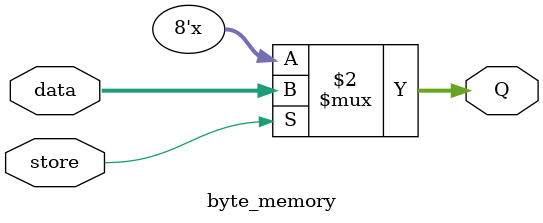
<source format=v>
module byte_memory(
    input [7:0] data,
    input store,
    output reg [7:0] Q
);
    always @(*) begin
        if (store)
            Q <= data;
    end

    // Herein, implement D-Latch style memory
    // that stores the input data into memory
    // when store is high

    // Memory should always output the value
    // stored, and it should only change
    // when store is high

endmodule
</source>
